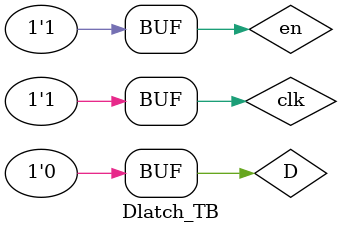
<source format=sv>
`timescale 1ns/1ns
module MUX21(input a,b,s,e, output w);
	wire ns,j;
	not #(7,9) N1(ns,s);
	notif1 #(14,18,16) N2(j,a,ns);
	notif1 #(14,18,16) N3(j,b,s);
	notif1 #(14,18,16) N4(w,j,e);
endmodule

module Dlatch(input D,clk,en, output w);
	MUX21 M1(w,D,clk,en, w);
endmodule

module Dlatch_TB();
	reg D = 0;
	reg clk = 1;
	reg en = 1;
	wire w;
	Dlatch DL1(D,clk,en,w);
	initial begin
		#50 D = ~D;
		repeat (10) #10 D = ~D;
		repeat (4) #50 D = ~D;
		repeat (20) #10 clk = ~clk;
	end
endmodule

</source>
